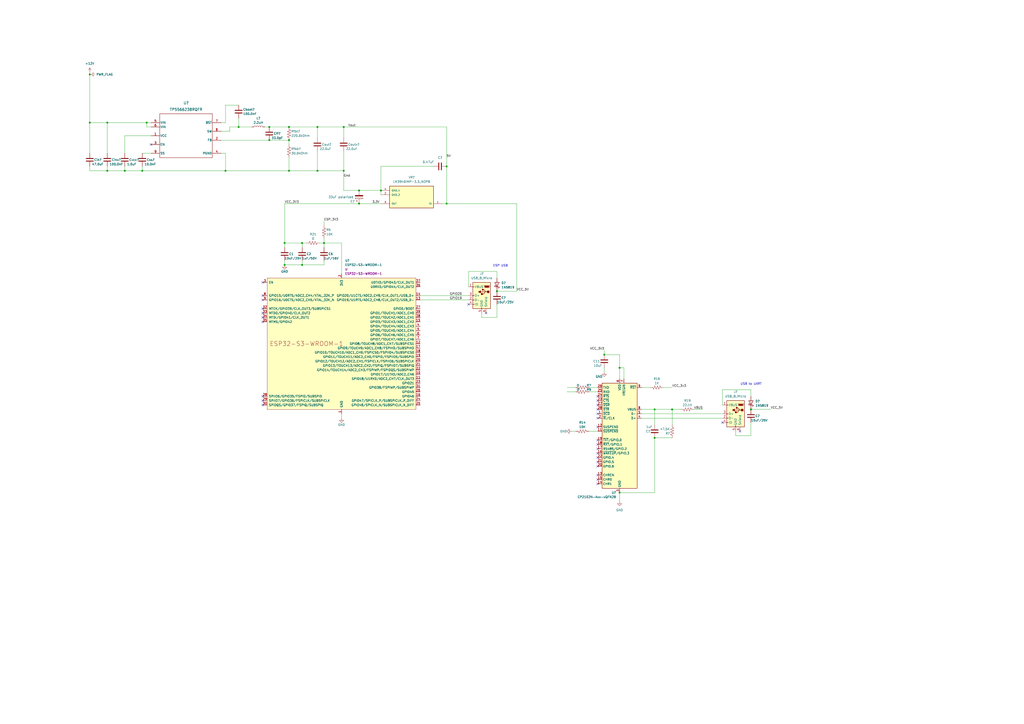
<source format=kicad_sch>
(kicad_sch (version 20211123) (generator eeschema)
  (paper "A2")
  (lib_symbols
    (symbol "Connector:USB_B_Micro" (pin_names (offset 1.016))
      (property "Reference" "J" (at -5.08 11.43 0))
      (property "Value" "USB_B_Micro" (at -5.08 8.89 0))
      (symbol "USB_B_Micro_0_1"
        (rectangle (start -5.08 -7.62) (end 5.08 7.62) (stroke (width 0.254)) (fill (type background)))
        (circle (center -3.81 2.159) (radius 0.635) (stroke (width 0.254)) (fill (type outline)))
        (circle (center -0.635 3.429) (radius 0.381) (stroke (width 0.254)) (fill (type outline)))
        (rectangle (start -0.127 -7.62) (end 0.127 -6.858))
        (polyline (pts (xy -1.905 2.159) (xy 0.635 2.159)) (stroke (width 0.254)))
        (polyline (pts (xy -3.175 2.159) (xy -2.54 2.159) (xy -1.27 3.429) (xy -0.635 3.429)) (stroke (width 0.254)))
        (polyline (pts (xy -2.54 2.159) (xy -1.905 2.159) (xy -1.27 0.889) (xy 0 0.889)) (stroke (width 0.254)))
        (polyline (pts (xy 0.635 2.794) (xy 0.635 1.524) (xy 1.905 2.159) (xy 0.635 2.794)) (stroke (width 0.254)) (fill (type outline)))
        (polyline (pts (xy -4.318 5.588) (xy -1.778 5.588) (xy -2.032 4.826) (xy -4.064 4.826) (xy -4.318 5.588)) (fill (type outline)))
        (polyline (pts (xy -4.699 5.842) (xy -4.699 5.588) (xy -4.445 4.826) (xy -4.445 4.572) (xy -1.651 4.572) (xy -1.651 4.826) (xy -1.397 5.588) (xy -1.397 5.842) (xy -4.699 5.842)))
        (rectangle (start 0.254 1.27) (end -0.508 0.508) (stroke (width 0.254)) (fill (type outline)))
        (rectangle (start 5.08 -5.207) (end 4.318 -4.953))
        (rectangle (start 5.08 -2.667) (end 4.318 -2.413))
        (rectangle (start 5.08 -0.127) (end 4.318 0.127))
        (rectangle (start 5.08 4.953) (end 4.318 5.207))
      )
      (symbol "USB_B_Micro_1_1"
        (pin power_out line (at 7.62 5.08 180) (length 2.54) (name "VBUS") (number "1"))
        (pin bidirectional line (at 7.62 -2.54 180) (length 2.54) (name "D-") (number "2"))
        (pin bidirectional line (at 7.62 0 180) (length 2.54) (name "D+") (number "3"))
        (pin passive line (at 7.62 -5.08 180) (length 2.54) (name "ID") (number "4"))
        (pin power_out line (at 0 -10.16 90) (length 2.54) (name "GND") (number "5"))
        (pin passive line (at -2.54 -10.16 90) (length 2.54) (name "Shield") (number "6"))
      )
    )
    (symbol "Device:C" (pin_numbers hide) (pin_names (offset 0.254))
      (property "Reference" "C" (at 0.635 2.54 0))
      (property "Value" "C" (at 0.635 -2.54 0))
      (symbol "C_0_1"
        (polyline (pts (xy -2.032 -0.762) (xy 2.032 -0.762)) (stroke (width 0.508)))
        (polyline (pts (xy -2.032 0.762) (xy 2.032 0.762)) (stroke (width 0.508)))
      )
      (symbol "C_1_1"
        (pin passive line (at 0 3.81 270) (length 2.794) (name "~") (number "1"))
        (pin passive line (at 0 -3.81 90) (length 2.794) (name "~") (number "2"))
      )
    )
    (symbol "Device:C_Polarized" (pin_numbers hide) (pin_names (offset 0.254))
      (property "Reference" "C" (at 0.635 2.54 0))
      (property "Value" "C_Polarized" (at 0.635 -2.54 0))
      (symbol "C_Polarized_0_1"
        (rectangle (start -2.286 0.508) (end 2.286 1.016))
        (polyline (pts (xy -1.778 2.286) (xy -0.762 2.286)))
        (polyline (pts (xy -1.27 2.794) (xy -1.27 1.778)))
        (rectangle (start 2.286 -0.508) (end -2.286 -1.016) (fill (type outline)))
      )
      (symbol "C_Polarized_1_1"
        (pin passive line (at 0 3.81 270) (length 2.794) (name "~") (number "1"))
        (pin passive line (at 0 -3.81 90) (length 2.794) (name "~") (number "2"))
      )
    )
    (symbol "Device:L" (pin_numbers hide) (pin_names (offset 1.016) hide)
      (property "Reference" "L" (at -1.27 0 90))
      (property "Value" "L" (at 1.905 0 90))
      (symbol "L_0_1"
        (arc (start 0 -2.54) (mid 0.635 -1.905) (end 0 -1.27))
        (arc (start 0 -1.27) (mid 0.635 -0.635) (end 0 0))
        (arc (start 0 0) (mid 0.635 0.635) (end 0 1.27))
        (arc (start 0 1.27) (mid 0.635 1.905) (end 0 2.54))
      )
      (symbol "L_1_1"
        (pin passive line (at 0 3.81 270) (length 1.27) (name "1") (number "1"))
        (pin passive line (at 0 -3.81 90) (length 1.27) (name "2") (number "2"))
      )
    )
    (symbol "Device:R_US" (pin_numbers hide) (pin_names (offset 0))
      (property "Reference" "R" (at 2.54 0 90))
      (property "Value" "R_US" (at -2.54 0 90))
      (symbol "R_US_0_1"
        (polyline (pts (xy 0 -2.286) (xy 0 -2.54)))
        (polyline (pts (xy 0 2.286) (xy 0 2.54)))
        (polyline (pts (xy 0 -0.762) (xy 1.016 -1.143) (xy 0 -1.524) (xy -1.016 -1.905) (xy 0 -2.286)))
        (polyline (pts (xy 0 0.762) (xy 1.016 0.381) (xy 0 0) (xy -1.016 -0.381) (xy 0 -0.762)))
        (polyline (pts (xy 0 2.286) (xy 1.016 1.905) (xy 0 1.524) (xy -1.016 1.143) (xy 0 0.762)))
      )
      (symbol "R_US_1_1"
        (pin passive line (at 0 3.81 270) (length 1.27) (name "~") (number "1"))
        (pin passive line (at 0 -3.81 90) (length 1.27) (name "~") (number "2"))
      )
    )
    (symbol "Diode:1N5819" (pin_numbers hide) (pin_names (offset 1.016) hide)
      (property "Reference" "D" (at 0 2.54 0))
      (property "Value" "1N5819" (at 0 -2.54 0))
      (symbol "1N5819_0_1"
        (polyline (pts (xy 1.27 0) (xy -1.27 0)))
        (polyline (pts (xy 1.27 1.27) (xy 1.27 -1.27) (xy -1.27 0) (xy 1.27 1.27)) (stroke (width 0.254)))
        (polyline (pts (xy -1.905 0.635) (xy -1.905 1.27) (xy -1.27 1.27) (xy -1.27 -1.27) (xy -0.635 -1.27) (xy -0.635 -0.635)) (stroke (width 0.254)))
      )
      (symbol "1N5819_1_1"
        (pin passive line (at -3.81 0 0) (length 2.54) (name "K") (number "1"))
        (pin passive line (at 3.81 0 180) (length 2.54) (name "A") (number "2"))
      )
    )
    (symbol "Espressif:ESP32-S3-WROOM-1" (pin_names (offset 1.016))
      (property "Value" "ESP32-S3-WROOM-1" (at 0 0 0))
      (property "Reference_1" "U" (at -43.18 43.18 0))
      (property "Value_1" "ESP32-S3-WROOM-1" (at -43.18 40.64 0))
      (symbol "ESP32-S3-WROOM-1_0_0"
        (text "ESP32-S3-WROOM-1" (at -20.32 0 0) (effects (font (size 2.54 2.54))))
        (pin power_in line (at 0 -40.64 90) (length 2.54) (name "GND") (number "1"))
        (pin bidirectional line (at 45.72 -17.78 180) (length 2.54) (name "GPIO17/U1TXD/ADC2_CH6") (number "10"))
        (pin bidirectional line (at 45.72 -20.32 180) (length 2.54) (name "GPIO18/U1RXD/ADC2_CH7/CLK_OUT3") (number "11"))
        (pin bidirectional line (at 45.72 0 180) (length 2.54) (name "GPIO8/TOUCH8/ADC1_CH7/SUBSPICS1") (number "12"))
        (pin bidirectional line (at 45.72 25.4 180) (length 2.54) (name "GPIO19/U1RTS/ADC2_CH8/CLK_OUT2/USB_D-") (number "13"))
        (pin bidirectional line (at 45.72 27.94 180) (length 2.54) (name "GPIO20/U1CTS/ADC2_CH9/CLK_OUT1/USB_D+") (number "14"))
        (pin bidirectional line (at 45.72 12.7 180) (length 2.54) (name "GPIO3/TOUCH3/ADC1_CH2") (number "15"))
        (pin bidirectional line (at 45.72 -30.48 180) (length 2.54) (name "GPIO46") (number "16"))
        (pin bidirectional line (at 45.72 -2.54 180) (length 2.54) (name "GPIO9/TOUCH9/ADC1_CH8/FSPIHD/SUBSPIHD") (number "17"))
        (pin bidirectional line (at 45.72 -5.08 180) (length 2.54) (name "GPIO10/TOUCH10/ADC1_CH9/FSPICS0/FSPIIO4/SUBSPICS0") (number "18"))
        (pin bidirectional line (at 45.72 -7.62 180) (length 2.54) (name "GPIO11/TOUCH11/ADC2_CH0/FSPID/FSPIIO5/SUBSPID") (number "19"))
        (pin power_in line (at 0 40.64 270) (length 2.54) (name "3V3") (number "2"))
        (pin bidirectional line (at 45.72 -10.16 180) (length 2.54) (name "GPIO12/TOUCH12/ADC2_CH1/FSPICLK/FSPIIO6/SUBSPICLK") (number "20"))
        (pin bidirectional line (at 45.72 -12.7 180) (length 2.54) (name "GPIO13/TOUCH13/ADC2_CH2/FSPIQ/FSPIIO7/SUBSPIQ") (number "21"))
        (pin bidirectional line (at 45.72 -15.24 180) (length 2.54) (name "GPIO14/TOUCH14/ADC2_CH3/FSPIWP/FSPIDQS/SUBSPIWP") (number "22"))
        (pin bidirectional line (at 45.72 -22.86 180) (length 2.54) (name "GPIO21") (number "23"))
        (pin bidirectional line (at 45.72 -33.02 180) (length 2.54) (name "GPIO47/SPICLK_P/SUBSPICLK_P_DIFF") (number "24"))
        (pin bidirectional line (at 45.72 -35.56 180) (length 2.54) (name "GPIO48/SPICLK_N/SUBSPICLK_N_DIFF") (number "25"))
        (pin bidirectional line (at 45.72 -27.94 180) (length 2.54) (name "GPIO45") (number "26"))
        (pin bidirectional line (at 45.72 20.32 180) (length 2.54) (name "GPIO0/BOOT") (number "27"))
        (pin bidirectional line (at -45.72 -30.48 0) (length 2.54) (name "SPIIO6/GPIO35/FSPID/SUBSPID") (number "28"))
        (pin bidirectional line (at -45.72 -33.02 0) (length 2.54) (name "SPIIO7/GPIO36/FSPICLK/SUBSPICLK") (number "29"))
        (pin input line (at -45.72 35.56 0) (length 2.54) (name "EN") (number "3"))
        (pin bidirectional line (at -45.72 -35.56 0) (length 2.54) (name "SPIDQS/GPIO37/FSPIQ/SUBSPIQ") (number "30"))
        (pin bidirectional line (at 45.72 -25.4 180) (length 2.54) (name "GPIO38/FSPIWP/SUBSPIWP") (number "31"))
        (pin bidirectional line (at -45.72 20.32 0) (length 2.54) (name "MTCK/GPIO39/CLK_OUT3/SUBSPICS1") (number "32"))
        (pin bidirectional line (at -45.72 17.78 0) (length 2.54) (name "MTDO/GPIO40/CLK_OUT2") (number "33"))
        (pin bidirectional line (at -45.72 15.24 0) (length 2.54) (name "MTDI/GPIO41/CLK_OUT1") (number "34"))
        (pin bidirectional line (at -45.72 12.7 0) (length 2.54) (name "MTMS/GPIO42") (number "35"))
        (pin bidirectional line (at 45.72 33.02 180) (length 2.54) (name "U0RXD/GPIO44/CLK_OUT2") (number "36"))
        (pin bidirectional line (at 45.72 35.56 180) (length 2.54) (name "U0TXD/GPIO43/CLK_OUT1") (number "37"))
        (pin bidirectional line (at 45.72 15.24 180) (length 2.54) (name "GPIO2/TOUCH2/ADC1_CH1") (number "38"))
        (pin bidirectional line (at 45.72 17.78 180) (length 2.54) (name "GPIO1/TOUCH1/ADC1_CH0") (number "39"))
        (pin bidirectional line (at 45.72 10.16 180) (length 2.54) (name "GPIO4/TOUCH4/ADC1_CH3") (number "4"))
        (pin passive line (at 0 -40.64 90) (length 2.54) hide (name "GND") (number "40"))
        (pin passive line (at 0 -40.64 90) (length 2.54) hide (name "GND") (number "41"))
        (pin bidirectional line (at 45.72 7.62 180) (length 2.54) (name "GPIO5/TOUCH5/ADC1_CH4") (number "5"))
        (pin bidirectional line (at 45.72 5.08 180) (length 2.54) (name "GPIO6/TOUCH6/ADC1_CH5") (number "6"))
        (pin bidirectional line (at 45.72 2.54 180) (length 2.54) (name "GPIO7/TOUCH7/ADC1_CH6") (number "7"))
        (pin bidirectional line (at -45.72 27.94 0) (length 2.54) (name "GPIO15/U0RTS/ADC2_CH4/XTAL_32K_P") (number "8"))
        (pin bidirectional line (at -45.72 25.4 0) (length 2.54) (name "GPIO16/U0CTS/ADC2_CH5/XTAL_32K_N") (number "9"))
      )
      (symbol "ESP32-S3-WROOM-1_0_1"
        (rectangle (start -43.18 38.1) (end 43.18 -38.1) (fill (type background)))
      )
    )
    (symbol "Interface_USB:CP2102N-Axx-xQFN28"
      (property "Reference" "U" (at -8.89 31.75 0))
      (property "Value" "CP2102N-Axx-xQFN28" (at 12.7 31.75 0))
      (symbol "CP2102N-Axx-xQFN28_0_1"
        (rectangle (start -10.16 30.48) (end 10.16 -30.48) (stroke (width 0.254)) (fill (type background)))
      )
      (symbol "CP2102N-Axx-xQFN28_1_1"
        (pin input line (at 12.7 12.7 180) (length 2.54) (name "~{DCD}") (number "1"))
        (pin no_connect line (at -10.16 -27.94 0) (length 2.54) hide (name "NC") (number "10"))
        (pin output line (at 12.7 2.54 180) (length 2.54) (name "~{SUSPEND}") (number "11"))
        (pin output line (at 12.7 5.08 180) (length 2.54) (name "SUSPEND") (number "12"))
        (pin output line (at 12.7 -22.86 180) (length 2.54) (name "CHREN") (number "13"))
        (pin output line (at 12.7 -27.94 180) (length 2.54) (name "CHR1") (number "14"))
        (pin output line (at 12.7 -25.4 180) (length 2.54) (name "CHR0") (number "15"))
        (pin bidirectional line (at 12.7 -10.16 180) (length 2.54) (name "~{WAKEUP}/GPIO.3") (number "16"))
        (pin bidirectional line (at 12.7 -7.62 180) (length 2.54) (name "RS485/GPIO.2") (number "17"))
        (pin bidirectional line (at 12.7 -5.08 180) (length 2.54) (name "~{RXT}/GPIO.1") (number "18"))
        (pin bidirectional line (at 12.7 -2.54 180) (length 2.54) (name "~{TXT}/GPIO.0") (number "19"))
        (pin bidirectional line (at 12.7 10.16 180) (length 2.54) (name "~{RI}/CLK") (number "2"))
        (pin bidirectional line (at 12.7 -17.78 180) (length 2.54) (name "GPIO.6") (number "20"))
        (pin bidirectional line (at 12.7 -15.24 180) (length 2.54) (name "GPIO.5") (number "21"))
        (pin bidirectional line (at 12.7 -12.7 180) (length 2.54) (name "GPIO.4") (number "22"))
        (pin input line (at 12.7 20.32 180) (length 2.54) (name "~{CTS}") (number "23"))
        (pin output line (at 12.7 22.86 180) (length 2.54) (name "~{RTS}") (number "24"))
        (pin input line (at 12.7 25.4 180) (length 2.54) (name "RXD") (number "25"))
        (pin output line (at 12.7 27.94 180) (length 2.54) (name "TXD") (number "26"))
        (pin input line (at 12.7 17.78 180) (length 2.54) (name "~{DSR}") (number "27"))
        (pin output line (at 12.7 15.24 180) (length 2.54) (name "~{DTR}") (number "28"))
        (pin passive line (at 0 -33.02 90) (length 2.54) hide (name "GND") (number "29"))
        (pin power_in line (at 0 -33.02 90) (length 2.54) (name "GND") (number "3"))
        (pin bidirectional line (at -12.7 10.16 0) (length 2.54) (name "D+") (number "4"))
        (pin bidirectional line (at -12.7 12.7 0) (length 2.54) (name "D-") (number "5"))
        (pin power_in line (at 0 33.02 270) (length 2.54) (name "VDD") (number "6"))
        (pin power_in line (at -2.54 33.02 270) (length 2.54) (name "VREGIN") (number "7"))
        (pin input line (at -12.7 15.24 0) (length 2.54) (name "VBUS") (number "8"))
        (pin input line (at -12.7 27.94 0) (length 2.54) (name "~{RST}") (number "9"))
      )
    )
    (symbol "LM3940IMP-3.3_NOPB:LM3940IMP-3.3_NOPB" (pin_names (offset 1.016))
      (property "Reference" "VR" (at -12.7 6.08 0))
      (property "Value" "LM3940IMP-3.3_NOPB" (at -12.7 -9.08 0))
      (symbol "LM3940IMP-3.3_NOPB_0_0"
        (rectangle (start -12.7 -7.62) (end 12.7 5.08) (stroke (width 0.254)) (fill (type background)))
        (pin input line (at -17.78 2.54 0) (length 5.08) (name "IN") (number "1"))
        (pin power_in line (at 17.78 -2.54 180) (length 5.08) (name "GND_2") (number "2"))
        (pin output line (at 17.78 2.54 180) (length 5.08) (name "OUT") (number "3"))
        (pin power_in line (at 17.78 -5.08 180) (length 5.08) (name "GND_4") (number "4"))
      )
    )
    (symbol "TPS566238:TPS566238RQFR" (pin_names (offset 0.254))
      (property "Reference" "U" (at 0 2.54 0))
      (property "Value" "TPS566238RQFR" (at 0 0 0))
      (symbol "TPS566238RQFR_0_1"
        (polyline (pts (xy -15.24 -12.7) (xy 15.24 -12.7)) (stroke (width 0.2032)))
        (polyline (pts (xy -15.24 12.7) (xy -15.24 -12.7)) (stroke (width 0.2032)))
        (polyline (pts (xy 15.24 -12.7) (xy 15.24 12.7)) (stroke (width 0.2032)))
        (polyline (pts (xy 15.24 12.7) (xy -15.24 12.7)) (stroke (width 0.2032)))
        (pin power_in line (at -20.32 0 0) (length 5.08) (name "VCC") (number "1"))
        (pin input line (at 20.32 -2.54 180) (length 5.08) (name "FB") (number "2"))
        (pin input line (at -20.32 -5.08 0) (length 5.08) (name "EN") (number "3"))
        (pin power_in line (at 20.32 -10.16 180) (length 5.08) (name "PGND") (number "4"))
        (pin power_in line (at -20.32 7.62 0) (length 5.08) (name "VIN") (number "5"))
        (pin power_in line (at -20.32 5.08 0) (length 5.08) (name "VIN") (number "6"))
        (pin power_in line (at 20.32 7.62 180) (length 5.08) (name "BST") (number "7"))
        (pin power_in line (at 20.32 2.54 180) (length 5.08) (name "SW") (number "8"))
        (pin unspecified line (at -20.32 -10.16 0) (length 5.08) (name "SS") (number "9"))
      )
    )
    (symbol "power:+12V" (power) (pin_names (offset 0))
      (property "Value" "+12V" (at 0 3.556 0))
      (symbol "+12V_0_1"
        (polyline (pts (xy -0.762 1.27) (xy 0 2.54)))
        (polyline (pts (xy 0 0) (xy 0 2.54)))
        (polyline (pts (xy 0 2.54) (xy 0.762 1.27)))
      )
      (symbol "+12V_1_1"
        (pin power_in line (at 0 0 90) (length 0) hide (name "+12V") (number "1"))
      )
    )
    (symbol "power:GND" (power) (pin_names (offset 0))
      (property "Value" "GND" (at 0 -3.81 0))
      (symbol "GND_0_1"
        (polyline (pts (xy 0 0) (xy 0 -1.27) (xy 1.27 -1.27) (xy 0 -2.54) (xy -1.27 -1.27) (xy 0 -1.27)))
      )
      (symbol "GND_1_1"
        (pin power_in line (at 0 0 270) (length 0) hide (name "GND") (number "1"))
      )
    )
    (symbol "power:PWR_FLAG" (power) (pin_numbers hide) (pin_names (offset 0) hide)
      (property "Value" "PWR_FLAG" (at 0 3.81 0))
      (symbol "PWR_FLAG_0_0"
        (pin power_out line (at 0 0 90) (length 0) (name "pwr") (number "1"))
      )
      (symbol "PWR_FLAG_0_1"
        (polyline (pts (xy 0 0) (xy 0 1.27) (xy -1.016 1.905) (xy 0 2.54) (xy 1.016 1.905) (xy 0 1.27)))
      )
    )
  )
  (junction (at 52.07 71.12))
  (junction (at 62.23 71.12))
  (junction (at 175.26 153.67))
  (junction (at 220.98 110.49))
  (junction (at 138.43 73.66))
  (junction (at 259.08 118.11))
  (junction (at 130.81 99.06))
  (junction (at 379.73 237.49))
  (junction (at 165.1 140.97))
  (junction (at 82.55 99.06))
  (junction (at 435.61 237.49))
  (junction (at 208.28 118.11))
  (junction (at 52.07 43.18))
  (junction (at 359.41 285.75))
  (junction (at 288.29 168.91))
  (junction (at 167.64 73.66))
  (junction (at 359.41 213.36))
  (junction (at 62.23 99.06))
  (junction (at 167.64 99.06))
  (junction (at 350.52 205.74))
  (junction (at 208.28 110.49))
  (junction (at 259.08 96.52))
  (junction (at 389.89 237.49))
  (junction (at 184.15 99.06))
  (junction (at 199.39 99.06))
  (junction (at 199.39 73.66))
  (junction (at 379.73 254))
  (junction (at 184.15 73.66))
  (junction (at 156.21 73.66))
  (junction (at 165.1 153.67))
  (junction (at 72.39 99.06))
  (junction (at 167.64 81.28))
  (junction (at 175.26 140.97))
  (junction (at 187.96 140.97))
  (junction (at 85.09 71.12))
  (junction (at 156.21 81.28))
  (no_connect (at 346.71 257.81))
  (no_connect (at 429.26 250.19))
  (no_connect (at 152.4 179.07))
  (no_connect (at 152.4 171.45))
  (no_connect (at 346.71 234.95))
  (no_connect (at 346.71 229.87))
  (no_connect (at 346.71 270.51))
  (no_connect (at 346.71 278.13))
  (no_connect (at 346.71 260.35))
  (no_connect (at 152.4 232.41))
  (no_connect (at 346.71 237.49))
  (no_connect (at 152.4 234.95))
  (no_connect (at 152.4 186.69))
  (no_connect (at 152.4 163.83))
  (no_connect (at 346.71 255.27))
  (no_connect (at 152.4 181.61))
  (no_connect (at 346.71 232.41))
  (no_connect (at 87.63 83.82))
  (no_connect (at 346.71 280.67))
  (no_connect (at 346.71 275.59))
  (no_connect (at 419.1 245.11))
  (no_connect (at 346.71 265.43))
  (no_connect (at 152.4 173.99))
  (no_connect (at 346.71 247.65))
  (no_connect (at 346.71 242.57))
  (no_connect (at 281.94 181.61))
  (no_connect (at 152.4 184.15))
  (no_connect (at 271.78 176.53))
  (no_connect (at 346.71 240.03))
  (no_connect (at 346.71 267.97))
  (no_connect (at 346.71 262.89))
  (no_connect (at 152.4 229.87))
  (wire (pts (xy 138.43 73.66) (xy 146.05 73.66)))
  (wire (pts (xy 72.39 99.06) (xy 82.55 99.06)))
  (wire (pts (xy 199.39 73.66) (xy 199.39 80.01)))
  (wire (pts (xy 167.64 81.28) (xy 167.64 83.82)))
  (wire (pts (xy 62.23 99.06) (xy 72.39 99.06)))
  (wire (pts (xy 138.43 68.58) (xy 138.43 73.66)))
  (wire (pts (xy 85.09 71.12) (xy 85.09 73.66)))
  (wire (pts (xy 389.89 237.49) (xy 394.97 237.49)))
  (wire (pts (xy 426.72 252.73) (xy 426.72 250.19)))
  (wire (pts (xy 435.61 226.06) (xy 435.61 229.87)))
  (wire (pts (xy 52.07 88.9) (xy 52.07 71.12)))
  (wire (pts (xy 52.07 41.91) (xy 52.07 43.18)))
  (wire (pts (xy 184.15 99.06) (xy 199.39 99.06)))
  (wire (pts (xy 184.15 99.06) (xy 167.64 99.06)))
  (wire (pts (xy 165.1 140.97) (xy 175.26 140.97)))
  (wire (pts (xy 156.21 73.66) (xy 167.64 73.66)))
  (wire (pts (xy 288.29 157.48) (xy 288.29 161.29)))
  (wire (pts (xy 379.73 237.49) (xy 389.89 237.49)))
  (wire (pts (xy 87.63 73.66) (xy 85.09 73.66)))
  (wire (pts (xy 128.27 88.9) (xy 130.81 88.9)))
  (wire (pts (xy 243.84 171.45) (xy 271.78 171.45)))
  (wire (pts (xy 62.23 96.52) (xy 62.23 99.06)))
  (wire (pts (xy 52.07 71.12) (xy 62.23 71.12)))
  (wire (pts (xy 199.39 87.63) (xy 199.39 99.06)))
  (wire (pts (xy 389.89 237.49) (xy 389.89 246.38)))
  (wire (pts (xy 220.98 96.52) (xy 220.98 110.49)))
  (wire (pts (xy 361.95 213.36) (xy 361.95 219.71)))
  (wire (pts (xy 259.08 118.11) (xy 256.54 118.11)))
  (wire (pts (xy 288.29 168.91) (xy 299.72 168.91)))
  (wire (pts (xy 175.26 151.13) (xy 175.26 153.67)))
  (wire (pts (xy 175.26 140.97) (xy 175.26 143.51)))
  (wire (pts (xy 208.28 110.49) (xy 220.98 110.49)))
  (wire (pts (xy 389.89 224.79) (xy 384.81 224.79)))
  (wire (pts (xy 167.64 99.06) (xy 167.64 91.44)))
  (wire (pts (xy 334.01 224.79) (xy 328.93 224.79)))
  (wire (pts (xy 82.55 96.52) (xy 82.55 99.06)))
  (wire (pts (xy 128.27 71.12) (xy 130.81 71.12)))
  (wire (pts (xy 199.39 73.66) (xy 259.08 73.66)))
  (wire (pts (xy 372.11 242.57) (xy 419.1 242.57)))
  (wire (pts (xy 184.15 73.66) (xy 184.15 80.01)))
  (wire (pts (xy 251.46 96.52) (xy 220.98 96.52)))
  (wire (pts (xy 167.64 73.66) (xy 184.15 73.66)))
  (wire (pts (xy 299.72 118.11) (xy 299.72 168.91)))
  (wire (pts (xy 435.61 237.49) (xy 447.04 237.49)))
  (wire (pts (xy 128.27 76.2) (xy 133.35 76.2)))
  (wire (pts (xy 359.41 213.36) (xy 361.95 213.36)))
  (wire (pts (xy 220.98 110.49) (xy 220.98 113.03)))
  (wire (pts (xy 130.81 99.06) (xy 167.64 99.06)))
  (wire (pts (xy 165.1 153.67) (xy 165.1 151.13)))
  (wire (pts (xy 359.41 213.36) (xy 359.41 219.71)))
  (wire (pts (xy 346.71 250.19) (xy 341.63 250.19)))
  (wire (pts (xy 82.55 88.9) (xy 87.63 88.9)))
  (wire (pts (xy 208.28 118.11) (xy 220.98 118.11)))
  (wire (pts (xy 377.19 224.79) (xy 372.11 224.79)))
  (wire (pts (xy 128.27 81.28) (xy 156.21 81.28)))
  (wire (pts (xy 271.78 166.37) (xy 271.78 157.48)))
  (wire (pts (xy 199.39 110.49) (xy 208.28 110.49)))
  (wire (pts (xy 85.09 71.12) (xy 87.63 71.12)))
  (wire (pts (xy 259.08 96.52) (xy 259.08 118.11)))
  (wire (pts (xy 346.71 224.79) (xy 341.63 224.79)))
  (wire (pts (xy 156.21 81.28) (xy 167.64 81.28)))
  (wire (pts (xy 379.73 285.75) (xy 359.41 285.75)))
  (wire (pts (xy 288.29 184.15) (xy 279.4 184.15)))
  (wire (pts (xy 185.42 140.97) (xy 187.96 140.97)))
  (wire (pts (xy 52.07 99.06) (xy 62.23 99.06)))
  (wire (pts (xy 187.96 153.67) (xy 175.26 153.67)))
  (wire (pts (xy 346.71 227.33) (xy 341.63 227.33)))
  (wire (pts (xy 407.67 237.49) (xy 402.59 237.49)))
  (wire (pts (xy 350.52 213.36) (xy 350.52 215.9)))
  (wire (pts (xy 199.39 99.06) (xy 199.39 110.49)))
  (wire (pts (xy 359.41 213.36) (xy 359.41 205.74)))
  (wire (pts (xy 198.12 140.97) (xy 198.12 158.75)))
  (wire (pts (xy 72.39 96.52) (xy 72.39 99.06)))
  (wire (pts (xy 175.26 153.67) (xy 165.1 153.67)))
  (wire (pts (xy 187.96 128.27) (xy 187.96 130.81)))
  (wire (pts (xy 259.08 118.11) (xy 299.72 118.11)))
  (wire (pts (xy 175.26 140.97) (xy 177.8 140.97)))
  (wire (pts (xy 130.81 60.96) (xy 138.43 60.96)))
  (wire (pts (xy 419.1 234.95) (xy 419.1 226.06)))
  (wire (pts (xy 259.08 73.66) (xy 259.08 96.52)))
  (wire (pts (xy 62.23 88.9) (xy 62.23 71.12)))
  (wire (pts (xy 133.35 73.66) (xy 138.43 73.66)))
  (wire (pts (xy 52.07 43.18) (xy 52.07 71.12)))
  (wire (pts (xy 279.4 184.15) (xy 279.4 181.61)))
  (wire (pts (xy 243.84 173.99) (xy 271.78 173.99)))
  (wire (pts (xy 187.96 140.97) (xy 198.12 140.97)))
  (wire (pts (xy 359.41 205.74) (xy 350.52 205.74)))
  (wire (pts (xy 153.67 73.66) (xy 156.21 73.66)))
  (wire (pts (xy 350.52 203.2) (xy 350.52 205.74)))
  (wire (pts (xy 198.12 240.03) (xy 198.12 242.57)))
  (wire (pts (xy 133.35 76.2) (xy 133.35 73.66)))
  (wire (pts (xy 52.07 96.52) (xy 52.07 99.06)))
  (wire (pts (xy 165.1 118.11) (xy 165.1 140.97)))
  (wire (pts (xy 435.61 252.73) (xy 426.72 252.73)))
  (wire (pts (xy 130.81 88.9) (xy 130.81 99.06)))
  (wire (pts (xy 379.73 237.49) (xy 379.73 246.38)))
  (wire (pts (xy 372.11 240.03) (xy 419.1 240.03)))
  (wire (pts (xy 184.15 87.63) (xy 184.15 99.06)))
  (wire (pts (xy 130.81 71.12) (xy 130.81 60.96)))
  (wire (pts (xy 184.15 73.66) (xy 199.39 73.66)))
  (wire (pts (xy 187.96 138.43) (xy 187.96 140.97)))
  (wire (pts (xy 288.29 176.53) (xy 288.29 184.15)))
  (wire (pts (xy 271.78 157.48) (xy 288.29 157.48)))
  (wire (pts (xy 419.1 226.06) (xy 435.61 226.06)))
  (wire (pts (xy 187.96 151.13) (xy 187.96 153.67)))
  (wire (pts (xy 372.11 237.49) (xy 379.73 237.49)))
  (wire (pts (xy 435.61 245.11) (xy 435.61 252.73)))
  (wire (pts (xy 187.96 140.97) (xy 187.96 143.51)))
  (wire (pts (xy 82.55 99.06) (xy 130.81 99.06)))
  (wire (pts (xy 72.39 78.74) (xy 87.63 78.74)))
  (wire (pts (xy 165.1 143.51) (xy 165.1 140.97)))
  (wire (pts (xy 334.01 250.19) (xy 331.47 250.19)))
  (wire (pts (xy 208.28 118.11) (xy 165.1 118.11)))
  (wire (pts (xy 334.01 227.33) (xy 328.93 227.33)))
  (wire (pts (xy 379.73 254) (xy 389.89 254)))
  (wire (pts (xy 72.39 88.9) (xy 72.39 78.74)))
  (wire (pts (xy 379.73 254) (xy 379.73 285.75)))
  (wire (pts (xy 62.23 71.12) (xy 85.09 71.12)))
  (wire (pts (xy 359.41 285.75) (xy 359.41 290.83)))
  (text "ESP USB" (at 294.64 154.94 180) (effects (font (size 1.27 1.27)) (justify right bottom)))
  (text "USB to UART" (at 441.96 223.52 180) (effects (font (size 1.27 1.27)) (justify right bottom)))
  (label "VCC_5V" (at 299.72 168.91 0))
  (label "VCC_3V3" (at 165.1 118.11 0))
  (label "VCC_5V" (at 447.04 237.49 0))
  (label "ESP_3V3" (at 187.96 128.27 0))
  (label "VCC_3V3" (at 350.52 203.2 180))
  (label "5V" (at 259.08 91.44 0))
  (label "3.3V" (at 215.9 118.11 0))
  (label "VBUS" (at 407.67 237.49 180))
  (label "GPIO19" (at 267.97 173.99 180))
  (label "Gnd" (at 199.39 102.87 0))
  (label "Vout" (at 201.93 73.66 0))
  (label "GPIO20" (at 267.97 171.45 180))
  (label "VCC_3v3" (at 389.89 224.79 0))
  (symbol (lib_id "Device:R_US") (at 337.82 227.33 270) (mirror x) (unit 1)
    (property "Reference" "R9" (at 341.63 226.06 90))
    (property "Value" "0" (at 335.28 226.06 90))
  )
  (symbol (lib_id "Device:C") (at 82.55 92.71 0) (unit 1)
    (property "Reference" "Css?" (at 85.09 92.71 0) (effects (justify left)))
    (property "Value" "10.0nF" (at 83.82 95.25 0) (effects (justify left)))
  )
  (symbol (lib_id "Device:C") (at 52.07 92.71 0) (unit 1)
    (property "Reference" "Cin?" (at 54.61 92.71 0) (effects (justify left)))
    (property "Value" "47.0uF" (at 53.34 95.25 0) (effects (justify left)))
  )
  (symbol (lib_id "Interface_USB:CP2102N-Axx-xQFN28") (at 359.41 252.73 0) (mirror y) (unit 1)
    (property "Reference" "U?" (at 357.3906 285.75 0) (effects (justify left)))
    (property "Value" "CP2102N-Axx-xQFN28" (at 357.3906 288.29 0) (effects (justify left)))
    (property "Footprint" "Package_DFN_QFN:QFN-28-1EP_5x5mm_P0.5mm_EP3.35x3.35mm" (effects hide))
    (property "Datasheet" "https://www.silabs.com/documents/public/data-sheets/cp2102n-datasheet.pdf" (effects hide))
  )
  (symbol (lib_id "power:GND") (at 198.12 242.57 0) (unit 1)
    (property "Reference" "#PWR?" (effects hide))
    (property "Value" "GND" (at 198.12 246.38 0))
  )
  (symbol (lib_id "Diode:1N5819") (at 288.29 165.1 270) (mirror x) (unit 1)
    (property "Reference" "D?" (at 290.83 164.1474 90) (effects (justify left)))
    (property "Value" "1N5819" (at 290.83 166.6874 90) (effects (justify left)))
    (property "Footprint" "Diode_THT:D_DO-41_SOD81_P10.16mm_Horizontal" (effects hide))
    (property "Datasheet" "http://www.vishay.com/docs/88525/1n5817.pdf" (effects hide))
  )
  (symbol (lib_id "Device:R_US") (at 181.61 140.97 90) (unit 1)
    (property "Reference" "R21" (at 181.61 135.89 90))
    (property "Value" "0" (at 181.61 138.43 90))
  )
  (symbol (lib_id "Connector:USB_B_Micro") (at 426.72 240.03 0) (mirror y) (unit 1)
    (property "Reference" "J?" (at 426.72 227.33 0))
    (property "Value" "USB_B_Micro" (at 426.72 229.87 0))
  )
  (symbol (lib_id "Device:R_US") (at 187.96 134.62 0) (unit 1)
    (property "Reference" "R5" (at 189.23 133.35 0) (effects (justify left)))
    (property "Value" "10K" (at 189.23 135.89 0) (effects (justify left)))
  )
  (symbol (lib_id "Device:C") (at 435.61 241.3 0) (unit 1)
    (property "Reference" "C?" (at 438.15 241.3 0) (effects (justify left)))
    (property "Value" "10uF/25V" (at 435.61 243.84 0) (effects (justify left)))
  )
  (symbol (lib_id "LM3940IMP-3.3_NOPB:LM3940IMP-3.3_NOPB") (at 238.76 115.57 180) (unit 1)
    (property "Reference" "VR?" (at 238.76 102.87 0))
    (property "Value" "LM3940IMP-3.3_NOPB" (at 238.76 105.41 0))
    (property "Footprint" "LM3940IMP-3.3_NOPB:VREG_LM3940IMP-3.3_NOPB" (effects hide))
    (property "MF" "Texas Instruments" (effects hide))
    (property "MAXIMUM_PACKAGE_HEIGHT" "1.80 mm" (effects hide))
    (property "Package" "SOT-223-4 Texas Instruments" (effects hide))
    (property "Price" "None" (effects hide))
    (property "Check_prices" "https://www.snapeda.com/parts/LM3940IMP-3.3/NOPB/Texas+Instruments/view-part/?ref=eda" (effects hide))
    (property "STANDARD" "Manufacturer Recommendations" (effects hide))
    (property "PARTREV" "G" (effects hide))
    (property "SnapEDA_Link" "https://www.snapeda.com/parts/LM3940IMP-3.3/NOPB/Texas+Instruments/view-part/?ref=snap" (effects hide))
    (property "MP" "LM3940IMP-3.3/NOPB" (effects hide))
    (property "Description" "\n1-A, low-dropout voltage regulator for 5-V to 3.3-V conversion\n" (effects hide))
    (property "Availability" "In Stock" (effects hide))
    (property "MANUFACTURER" "Texas Instruments" (effects hide))
  )
  (symbol (lib_id "Device:C") (at 156.21 77.47 0) (unit 1)
    (property "Reference" "Cff?" (at 158.75 77.47 0) (effects (justify left)))
    (property "Value" "33.0pF" (at 157.48 80.01 0) (effects (justify left)))
  )
  (symbol (lib_id "TPS566238:TPS566238RQFR") (at 107.95 78.74 0) (unit 1)
    (property "Reference" "U?" (at 107.95 59.69 0) (effects (font (size 1.524 1.524))))
    (property "Value" "TPS566238RQFR" (at 107.95 63.5 0) (effects (font (size 1.524 1.524))))
    (property "Footprint" "RQF0009A" (effects hide))
    (property "Datasheet" "TPS566238RQFR" (effects hide))
  )
  (symbol (lib_id "Device:C") (at 379.73 250.19 180) (unit 1)
    (property "Reference" "C?" (at 377.19 250.19 0) (effects (justify left)))
    (property "Value" "1uF" (at 378.46 247.65 0) (effects (justify left)))
  )
  (symbol (lib_id "Device:R_US") (at 398.78 237.49 270) (mirror x) (unit 1)
    (property "Reference" "R19" (at 398.78 232.41 90))
    (property "Value" "22.1K" (at 398.78 234.95 90))
  )
  (symbol (lib_id "Device:C") (at 165.1 147.32 0) (unit 1)
    (property "Reference" "C1" (at 167.64 147.32 0) (effects (justify left)))
    (property "Value" "10uF/25V" (at 165.1 149.86 0) (effects (justify left)))
  )
  (symbol (lib_id "Device:C") (at 288.29 172.72 0) (unit 1)
    (property "Reference" "C?" (at 290.83 172.72 0) (effects (justify left)))
    (property "Value" "10uF/25V" (at 288.29 175.26 0) (effects (justify left)))
  )
  (symbol (lib_id "Device:C") (at 350.52 209.55 0) (mirror y) (unit 1)
    (property "Reference" "C11" (at 347.98 209.55 0) (effects (justify left)))
    (property "Value" "10uF" (at 349.25 212.09 0) (effects (justify left)))
  )
  (symbol (lib_id "Device:R_US") (at 337.82 224.79 270) (mirror x) (unit 1)
    (property "Reference" "R7" (at 341.63 223.52 90))
    (property "Value" "0" (at 335.28 223.52 90))
  )
  (symbol (lib_id "Device:C") (at 138.43 64.77 0) (unit 1)
    (property "Reference" "Cboot?" (at 140.97 63.5 0) (effects (justify left)))
    (property "Value" "100.0nF" (at 140.97 66.04 0) (effects (justify left)))
  )
  (symbol (lib_id "Espressif:ESP32-S3-WROOM-1") (at 198.12 199.39 0) (unit 1)
    (property "Reference" "U?" (at 200.1394 151.13 0) (effects (justify left)))
    (property "Value" "ESP32-S3-WROOM-1" (at 200.1394 153.67 0) (effects (justify left)))
    (property "Reference_1" "U" (at 200.1394 156.21 0) (effects (justify left)))
    (property "Value_1" "ESP32-S3-WROOM-1" (at 200.1394 158.75 0) (effects (justify left)))
    (property "Footprint_1" "Espressif:ESP32-S3-WROOM-1" (effects hide))
    (property "Datasheet_1" "https://www.espressif.com/sites/default/files/documentation/esp32-s3-wroom-1_wroom-1u_datasheet_en.pdf" (effects hide))
  )
  (symbol (lib_id "power:GND") (at 350.52 215.9 0) (mirror y) (unit 1)
    (property "Reference" "#PWR?" (effects hide))
    (property "Value" "GND" (at 345.44 218.44 0) (effects (justify right)))
  )
  (symbol (lib_id "Device:C") (at 72.39 92.71 0) (unit 1)
    (property "Reference" "Cvcc?" (at 74.93 92.71 0) (effects (justify left)))
    (property "Value" "1.0uF" (at 73.66 95.25 0) (effects (justify left)))
  )
  (symbol (lib_id "Device:R_US") (at 167.64 87.63 0) (unit 1)
    (property "Reference" "Rfbb?" (at 168.91 86.36 0) (effects (justify left)))
    (property "Value" "30.0kOhm" (at 168.91 88.9 0) (effects (justify left)))
  )
  (symbol (lib_id "Device:R_US") (at 167.64 77.47 0) (unit 1)
    (property "Reference" "Rfbt?" (at 168.91 76.2 0) (effects (justify left)))
    (property "Value" "220.0kOhm" (at 168.91 78.74 0) (effects (justify left)))
  )
  (symbol (lib_id "Device:R_US") (at 389.89 250.19 180) (unit 1)
    (property "Reference" "R?" (at 388.62 251.46 0) (effects (justify left)))
    (property "Value" "47.5K" (at 388.62 248.92 0) (effects (justify left)))
  )
  (symbol (lib_id "power:+12V") (at 52.07 41.91 0) (unit 1)
    (property "Reference" "#PWR?" (effects hide))
    (property "Value" "+12V" (at 52.07 36.83 0))
  )
  (symbol (lib_id "Device:R_US") (at 337.82 250.19 270) (mirror x) (unit 1)
    (property "Reference" "R14" (at 337.82 245.11 90))
    (property "Value" "10K" (at 337.82 247.65 90))
  )
  (symbol (lib_id "Device:L") (at 149.86 73.66 90) (unit 1)
    (property "Reference" "L?" (at 149.86 68.58 90))
    (property "Value" "2.2uH" (at 149.86 71.12 90))
  )
  (symbol (lib_id "Device:C") (at 184.15 83.82 0) (unit 1)
    (property "Reference" "Cout?" (at 186.69 83.82 0) (effects (justify left)))
    (property "Value" "22.0uF" (at 185.42 86.36 0) (effects (justify left)))
  )
  (symbol (lib_id "Connector:USB_B_Micro") (at 279.4 171.45 0) (mirror y) (unit 1)
    (property "Reference" "J?" (at 279.4 158.75 0))
    (property "Value" "USB_B_Micro" (at 279.4 161.29 0))
  )
  (symbol (lib_id "Diode:1N5819") (at 435.61 233.68 270) (mirror x) (unit 1)
    (property "Reference" "D?" (at 438.15 232.7274 90) (effects (justify left)))
    (property "Value" "1N5819" (at 438.15 235.2674 90) (effects (justify left)))
    (property "Footprint" "Diode_THT:D_DO-41_SOD81_P10.16mm_Horizontal" (effects hide))
    (property "Datasheet" "http://www.vishay.com/docs/88525/1n5817.pdf" (effects hide))
  )
  (symbol (lib_id "power:GND") (at 165.1 153.67 0) (unit 1)
    (property "Reference" "#PWR?" (effects hide))
    (property "Value" "GND" (at 165.1 157.48 0))
  )
  (symbol (lib_id "Device:R_US") (at 381 224.79 270) (mirror x) (unit 1)
    (property "Reference" "R16" (at 381 219.71 90))
    (property "Value" "1K" (at 381 222.25 90))
  )
  (symbol (lib_id "power:GND") (at 331.47 250.19 270) (mirror x) (unit 1)
    (property "Reference" "#PWR?" (effects hide))
    (property "Value" "GND" (at 328.93 250.19 90) (effects (justify right)))
  )
  (symbol (lib_id "Device:C") (at 255.27 96.52 270) (unit 1)
    (property "Reference" "C?" (at 254 91.44 90) (effects (justify left)))
    (property "Value" "0.47uF" (at 245.11 93.98 90) (effects (justify left)))
  )
  (symbol (lib_id "Device:C") (at 62.23 92.71 0) (unit 1)
    (property "Reference" "Cinx?" (at 64.77 92.71 0) (effects (justify left)))
    (property "Value" "100.0nF" (at 63.5 95.25 0) (effects (justify left)))
  )
  (symbol (lib_id "Device:C") (at 175.26 147.32 0) (unit 1)
    (property "Reference" "C2" (at 177.8 147.32 0) (effects (justify left)))
    (property "Value" "1uF/50V" (at 175.26 149.86 0) (effects (justify left)))
  )
  (symbol (lib_id "Device:C_Polarized") (at 208.28 114.3 0) (mirror x) (unit 1)
    (property "Reference" "C?" (at 203.2 116.84 0) (effects (justify left)))
    (property "Value" "33uF polarized" (at 190.5 114.3 0) (effects (justify left)))
  )
  (symbol (lib_id "Device:C") (at 187.96 147.32 0) (unit 1)
    (property "Reference" "C6" (at 190.5 147.32 0) (effects (justify left)))
    (property "Value" "1uF/16V" (at 187.96 149.86 0) (effects (justify left)))
  )
  (symbol (lib_id "power:GND") (at 359.41 290.83 0) (mirror y) (unit 1)
    (property "Reference" "#PWR?" (effects hide))
    (property "Value" "GND" (at 359.41 295.91 0))
  )
  (symbol (lib_id "Device:C") (at 199.39 83.82 0) (unit 1)
    (property "Reference" "Coutx?" (at 201.93 83.82 0) (effects (justify left)))
    (property "Value" "22.0uF" (at 200.66 86.36 0) (effects (justify left)))
  )
  (symbol (lib_id "power:PWR_FLAG") (at 52.07 43.18 270) (unit 1)
    (property "Reference" "#FLG?" (effects hide))
    (property "Value" "PWR_FLAG" (at 55.88 43.18 90) (effects (justify left)))
  )
)
</source>
